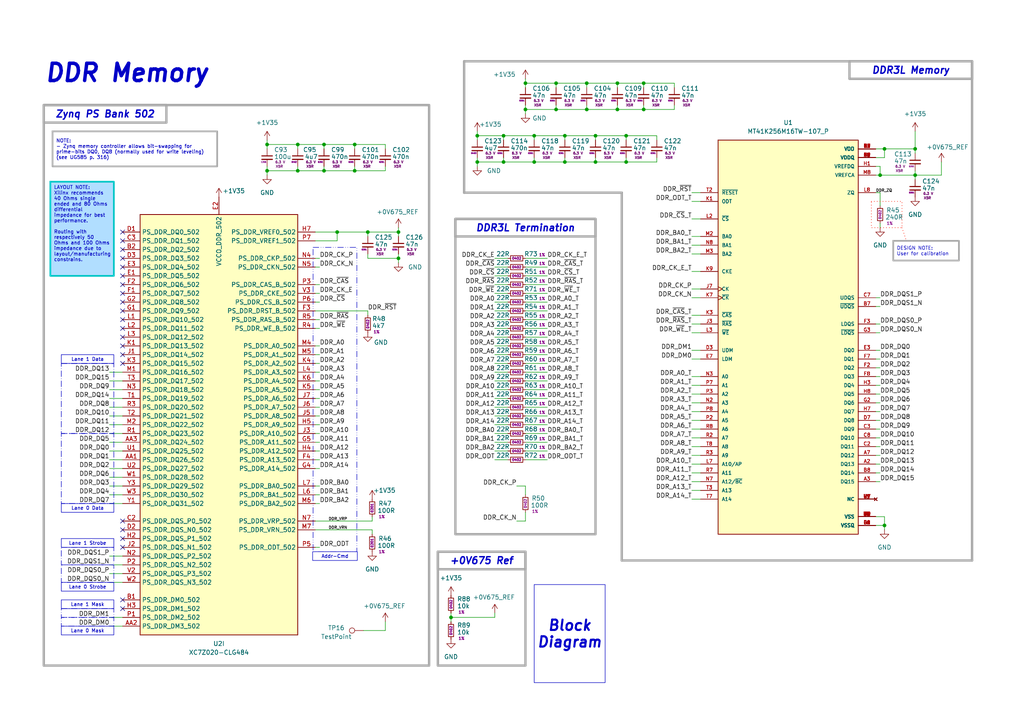
<source format=kicad_sch>
(kicad_sch (version 20231120) (generator "eeschema") (generator_version "8.0")
  (paper "A4")
  (title_block (title "Zynq B502 & DDR3L") (date "2024-09-22") (rev "1.0"))
  (junction (at 163.83 46.99))
  (junction (at 86.36 41.91))
  (junction (at 186.69 31.75))
  (junction (at 163.83 39.37))
  (junction (at 115.57 74.93))
  (junction (at 179.07 31.75))
  (junction (at 154.94 46.99))
  (junction (at 154.94 39.37))
  (junction (at 161.29 24.13))
  (junction (at 265.43 50.8))
  (junction (at 77.47 41.91))
  (junction (at 170.18 24.13))
  (junction (at 102.87 41.91))
  (junction (at 93.98 41.91))
  (junction (at 102.87 49.53))
  (junction (at 170.18 31.75))
  (junction (at 97.79 67.31))
  (junction (at 77.47 49.53))
  (junction (at 138.43 39.37))
  (junction (at 179.07 24.13))
  (junction (at 161.29 31.75))
  (junction (at 146.05 39.37))
  (junction (at 115.57 67.31))
  (junction (at 138.43 46.99))
  (junction (at 255.27 50.8))
  (junction (at 130.81 179.07))
  (junction (at 256.54 152.4))
  (junction (at 181.61 46.99))
  (junction (at 265.43 43.18))
  (junction (at 256.54 43.18))
  (junction (at 93.98 49.53))
  (junction (at 172.72 46.99))
  (junction (at 152.4 24.13))
  (junction (at 86.36 49.53))
  (junction (at 152.4 31.75))
  (junction (at 172.72 39.37))
  (junction (at 181.61 39.37))
  (junction (at 186.69 24.13))
  (junction (at 146.05 46.99))
  (junction (at 106.68 67.31))
  (no_connect (at 35.56 97.79))
  (no_connect (at 35.56 69.85))
  (no_connect (at 35.56 87.63))
  (no_connect (at 35.56 77.47))
  (no_connect (at 35.56 158.75))
  (no_connect (at 35.56 80.01))
  (no_connect (at 35.56 105.41))
  (no_connect (at 35.56 95.25))
  (no_connect (at 35.56 156.21))
  (no_connect (at 35.56 85.09))
  (no_connect (at 35.56 100.33))
  (no_connect (at 35.56 176.53))
  (no_connect (at 35.56 74.93))
  (no_connect (at 35.56 173.99))
  (no_connect (at 35.56 92.71))
  (no_connect (at 35.56 153.67))
  (no_connect (at 35.56 82.55))
  (no_connect (at 35.56 151.13))
  (no_connect (at 35.56 67.31))
  (no_connect (at 35.56 90.17))
  (no_connect (at 35.56 72.39))
  (no_connect (at 35.56 102.87))
  (wire (pts (xy 203.2 116.84) (xy 200.66 116.84)))
  (wire (pts (xy 200.66 78.74) (xy 203.2 78.74)))
  (wire (pts (xy 152.4 105.41) (xy 158.75 105.41)))
  (wire (pts (xy 181.61 39.37) (xy 181.61 40.64)))
  (wire (pts (xy 91.44 120.65) (xy 92.71 120.65)))
  (wire (pts (xy 143.51 120.65) (xy 147.32 120.65)))
  (wire (pts (xy 91.44 140.97) (xy 92.71 140.97)))
  (wire (pts (xy 152.4 97.79) (xy 158.75 97.79)))
  (wire (pts (xy 97.79 69.85) (xy 91.44 69.85)))
  (wire (pts (xy 190.5 45.72) (xy 190.5 46.99)))
  (wire (pts (xy 181.61 45.72) (xy 181.61 46.99)))
  (wire (pts (xy 152.4 128.27) (xy 158.75 128.27)))
  (wire (pts (xy 86.36 41.91) (xy 86.36 43.18)))
  (wire (pts (xy 77.47 41.91) (xy 86.36 41.91)))
  (wire (pts (xy 143.51 85.09) (xy 147.32 85.09)))
  (wire (pts (xy 86.36 41.91) (xy 93.98 41.91)))
  (wire (pts (xy 97.79 67.31) (xy 97.79 69.85)))
  (wire (pts (xy 152.4 24.13) (xy 152.4 25.4)))
  (wire (pts (xy 91.44 102.87) (xy 92.71 102.87)))
  (wire (pts (xy 255.27 55.88) (xy 254 55.88)))
  (wire (pts (xy 152.4 30.48) (xy 152.4 31.75)))
  (wire (pts (xy 31.75 140.97) (xy 35.56 140.97)))
  (wire (pts (xy 91.44 143.51) (xy 92.71 143.51)))
  (wire (pts (xy 138.43 39.37) (xy 146.05 39.37)))
  (polyline (pts (xy 180.34 55.88) (xy 180.34 162.56)) (stroke (width 0.7) (type solid) (color 168 168 168 1)))
  (wire (pts (xy 91.44 85.09) (xy 92.71 85.09)))
  (wire (pts (xy 143.51 90.17) (xy 147.32 90.17)))
  (wire (pts (xy 190.5 46.99) (xy 181.61 46.99)))
  (wire (pts (xy 200.66 86.36) (xy 203.2 86.36)))
  (wire (pts (xy 179.07 30.48) (xy 179.07 31.75)))
  (wire (pts (xy 254 50.8) (xy 255.27 50.8)))
  (wire (pts (xy 143.51 177.8) (xy 143.51 179.07)))
  (wire (pts (xy 152.4 85.09) (xy 158.75 85.09)))
  (wire (pts (xy 143.51 125.73) (xy 147.32 125.73)))
  (wire (pts (xy 107.95 154.94) (xy 107.95 153.67)))
  (wire (pts (xy 91.44 82.55) (xy 92.71 82.55)))
  (wire (pts (xy 143.51 92.71) (xy 147.32 92.71)))
  (wire (pts (xy 152.4 133.35) (xy 158.75 133.35)))
  (wire (pts (xy 255.27 134.62) (xy 254 134.62)))
  (wire (pts (xy 146.05 46.99) (xy 138.43 46.99)))
  (wire (pts (xy 91.44 118.11) (xy 92.71 118.11)))
  (wire (pts (xy 172.72 46.99) (xy 163.83 46.99)))
  (wire (pts (xy 200.66 83.82) (xy 203.2 83.82)))
  (wire (pts (xy 91.44 123.19) (xy 92.71 123.19)))
  (wire (pts (xy 256.54 153.67) (xy 256.54 152.4)))
  (wire (pts (xy 163.83 39.37) (xy 163.83 40.64)))
  (wire (pts (xy 200.66 142.24) (xy 203.2 142.24)))
  (wire (pts (xy 31.75 110.49) (xy 35.56 110.49)))
  (wire (pts (xy 255.27 116.84) (xy 254 116.84)))
  (wire (pts (xy 200.66 129.54) (xy 203.2 129.54)))
  (wire (pts (xy 138.43 46.99) (xy 138.43 45.72)))
  (wire (pts (xy 91.44 133.35) (xy 92.71 133.35)))
  (wire (pts (xy 106.68 67.31) (xy 106.68 68.58)))
  (wire (pts (xy 111.76 41.91) (xy 111.76 43.18)))
  (wire (pts (xy 97.79 67.31) (xy 106.68 67.31)))
  (wire (pts (xy 31.75 113.03) (xy 35.56 113.03)))
  (wire (pts (xy 255.27 106.68) (xy 254 106.68)))
  (wire (pts (xy 143.51 110.49) (xy 147.32 110.49)))
  (wire (pts (xy 255.27 139.7) (xy 254 139.7)))
  (wire (pts (xy 172.72 39.37) (xy 172.72 40.64)))
  (wire (pts (xy 152.4 107.95) (xy 158.75 107.95)))
  (wire (pts (xy 31.75 130.81) (xy 35.56 130.81)))
  (wire (pts (xy 152.4 92.71) (xy 158.75 92.71)))
  (wire (pts (xy 152.4 24.13) (xy 161.29 24.13)))
  (wire (pts (xy 255.27 88.9) (xy 254 88.9)))
  (wire (pts (xy 255.27 129.54) (xy 254 129.54)))
  (wire (pts (xy 200.66 101.6) (xy 203.2 101.6)))
  (wire (pts (xy 115.57 67.31) (xy 115.57 68.58)))
  (wire (pts (xy 255.27 109.22) (xy 254 109.22)))
  (wire (pts (xy 255.27 66.04) (xy 255.27 64.77)))
  (wire (pts (xy 143.51 113.03) (xy 147.32 113.03)))
  (wire (pts (xy 152.4 74.93) (xy 158.75 74.93)))
  (wire (pts (xy 254 45.72) (xy 256.54 45.72)))
  (wire (pts (xy 91.44 128.27) (xy 92.71 128.27)))
  (wire (pts (xy 31.75 135.89) (xy 35.56 135.89)))
  (wire (pts (xy 152.4 77.47) (xy 158.75 77.47)))
  (wire (pts (xy 186.69 24.13) (xy 195.58 24.13)))
  (wire (pts (xy 31.75 120.65) (xy 35.56 120.65)))
  (wire (pts (xy 172.72 39.37) (xy 181.61 39.37)))
  (wire (pts (xy 93.98 41.91) (xy 93.98 43.18)))
  (wire (pts (xy 106.68 73.66) (xy 106.68 74.93)))
  (wire (pts (xy 179.07 24.13) (xy 186.69 24.13)))
  (wire (pts (xy 93.98 48.26) (xy 93.98 49.53)))
  (wire (pts (xy 255.27 132.08) (xy 254 132.08)))
  (wire (pts (xy 200.66 137.16) (xy 203.2 137.16)))
  (wire (pts (xy 111.76 182.88) (xy 111.76 180.34)))
  (wire (pts (xy 179.07 31.75) (xy 170.18 31.75)))
  (wire (pts (xy 161.29 31.75) (xy 152.4 31.75)))
  (wire (pts (xy 91.44 87.63) (xy 92.71 87.63)))
  (wire (pts (xy 115.57 67.31) (xy 106.68 67.31)))
  (wire (pts (xy 152.4 80.01) (xy 158.75 80.01)))
  (wire (pts (xy 161.29 24.13) (xy 161.29 25.4)))
  (wire (pts (xy 143.51 100.33) (xy 147.32 100.33)))
  (wire (pts (xy 152.4 130.81) (xy 158.75 130.81)))
  (wire (pts (xy 91.44 115.57) (xy 92.71 115.57)))
  (wire (pts (xy 179.07 31.75) (xy 186.69 31.75)))
  (wire (pts (xy 149.86 151.13) (xy 152.4 151.13)))
  (wire (pts (xy 143.51 74.93) (xy 147.32 74.93)))
  (wire (pts (xy 190.5 39.37) (xy 190.5 40.64)))
  (wire (pts (xy 179.07 24.13) (xy 179.07 25.4)))
  (wire (pts (xy 91.44 74.93) (xy 92.71 74.93)))
  (wire (pts (xy 265.43 43.18) (xy 256.54 43.18)))
  (wire (pts (xy 255.27 48.26) (xy 254 48.26)))
  (wire (pts (xy 77.47 40.64) (xy 77.47 41.91)))
  (wire (pts (xy 31.75 163.83) (xy 35.56 163.83)))
  (wire (pts (xy 200.66 132.08) (xy 203.2 132.08)))
  (wire (pts (xy 91.44 130.81) (xy 92.71 130.81)))
  (wire (pts (xy 152.4 151.13) (xy 152.4 148.59)))
  (wire (pts (xy 200.66 58.42) (xy 203.2 58.42)))
  (wire (pts (xy 143.51 77.47) (xy 147.32 77.47)))
  (wire (pts (xy 154.94 39.37) (xy 154.94 40.64)))
  (wire (pts (xy 91.44 110.49) (xy 92.71 110.49)))
  (wire (pts (xy 143.51 128.27) (xy 147.32 128.27)))
  (wire (pts (xy 200.66 71.12) (xy 203.2 71.12)))
  (wire (pts (xy 31.75 133.35) (xy 35.56 133.35)))
  (wire (pts (xy 170.18 31.75) (xy 161.29 31.75)))
  (wire (pts (xy 152.4 90.17) (xy 158.75 90.17)))
  (wire (pts (xy 163.83 39.37) (xy 172.72 39.37)))
  (wire (pts (xy 143.51 102.87) (xy 147.32 102.87)))
  (wire (pts (xy 130.81 177.8) (xy 130.81 179.07)))
  (wire (pts (xy 152.4 115.57) (xy 158.75 115.57)))
  (wire (pts (xy 86.36 48.26) (xy 86.36 49.53)))
  (wire (pts (xy 255.27 111.76) (xy 254 111.76)))
  (wire (pts (xy 91.44 135.89) (xy 92.71 135.89)))
  (wire (pts (xy 92.71 158.75) (xy 91.44 158.75)))
  (wire (pts (xy 200.66 134.62) (xy 203.2 134.62)))
  (wire (pts (xy 255.27 119.38) (xy 254 119.38)))
  (wire (pts (xy 172.72 45.72) (xy 172.72 46.99)))
  (wire (pts (xy 265.43 50.8) (xy 265.43 52.07)))
  (wire (pts (xy 143.51 82.55) (xy 147.32 82.55)))
  (wire (pts (xy 91.44 146.05) (xy 92.71 146.05)))
  (wire (pts (xy 91.44 77.47) (xy 92.71 77.47)))
  (wire (pts (xy 255.27 104.14) (xy 254 104.14)))
  (wire (pts (xy 31.75 115.57) (xy 35.56 115.57)))
  (wire (pts (xy 200.66 73.66) (xy 203.2 73.66)))
  (wire (pts (xy 154.94 39.37) (xy 163.83 39.37)))
  (wire (pts (xy 255.27 96.52) (xy 254 96.52)))
  (wire (pts (xy 146.05 39.37) (xy 146.05 40.64)))
  (wire (pts (xy 77.47 41.91) (xy 77.47 43.18)))
  (wire (pts (xy 152.4 87.63) (xy 158.75 87.63)))
  (wire (pts (xy 254 152.4) (xy 256.54 152.4)))
  (wire (pts (xy 91.44 105.41) (xy 92.71 105.41)))
  (wire (pts (xy 152.4 22.86) (xy 152.4 24.13)))
  (wire (pts (xy 195.58 24.13) (xy 195.58 25.4)))
  (wire (pts (xy 203.2 119.38) (xy 200.66 119.38)))
  (wire (pts (xy 91.44 113.03) (xy 92.71 113.03)))
  (wire (pts (xy 93.98 41.91) (xy 102.87 41.91)))
  (wire (pts (xy 102.87 41.91) (xy 111.76 41.91)))
  (wire (pts (xy 31.75 161.29) (xy 35.56 161.29)))
  (wire (pts (xy 154.94 45.72) (xy 154.94 46.99)))
  (wire (pts (xy 152.4 95.25) (xy 158.75 95.25)))
  (polyline (pts (xy 180.34 162.56) (xy 281.94 162.56)) (stroke (width 0.7) (type solid) (color 168 168 168 1)))
  (wire (pts (xy 170.18 24.13) (xy 170.18 25.4)))
  (wire (pts (xy 163.83 46.99) (xy 154.94 46.99)))
  (wire (pts (xy 195.58 31.75) (xy 186.69 31.75)))
  (wire (pts (xy 203.2 121.92) (xy 200.66 121.92)))
  (wire (pts (xy 152.4 143.51) (xy 152.4 140.97)))
  (wire (pts (xy 31.75 168.91) (xy 35.56 168.91)))
  (wire (pts (xy 200.66 144.78) (xy 203.2 144.78)))
  (wire (pts (xy 143.51 130.81) (xy 147.32 130.81)))
  (wire (pts (xy 203.2 114.3) (xy 200.66 114.3)))
  (wire (pts (xy 130.81 179.07) (xy 130.81 180.34)))
  (wire (pts (xy 265.43 43.18) (xy 265.43 44.45)))
  (wire (pts (xy 138.43 46.99) (xy 138.43 48.26)))
  (wire (pts (xy 203.2 124.46) (xy 200.66 124.46)))
  (wire (pts (xy 255.27 86.36) (xy 254 86.36)))
  (wire (pts (xy 77.47 49.53) (xy 77.47 50.8)))
  (wire (pts (xy 143.51 87.63) (xy 147.32 87.63)))
  (wire (pts (xy 91.44 67.31) (xy 97.79 67.31)))
  (wire (pts (xy 91.44 125.73) (xy 92.71 125.73)))
  (wire (pts (xy 143.51 80.01) (xy 147.32 80.01)))
  (wire (pts (xy 200.66 91.44) (xy 203.2 91.44)))
  (wire (pts (xy 152.4 120.65) (xy 158.75 120.65)))
  (wire (pts (xy 255.27 137.16) (xy 254 137.16)))
  (wire (pts (xy 31.75 118.11) (xy 35.56 118.11)))
  (wire (pts (xy 107.95 149.86) (xy 107.95 151.13)))
  (wire (pts (xy 152.4 110.49) (xy 158.75 110.49)))
  (wire (pts (xy 255.27 50.8) (xy 255.27 48.26)))
  (wire (pts (xy 154.94 46.99) (xy 146.05 46.99)))
  (wire (pts (xy 143.51 123.19) (xy 147.32 123.19)))
  (wire (pts (xy 115.57 76.2) (xy 115.57 74.93)))
  (wire (pts (xy 143.51 95.25) (xy 147.32 95.25)))
  (wire (pts (xy 111.76 48.26) (xy 111.76 49.53)))
  (wire (pts (xy 273.05 50.8) (xy 265.43 50.8)))
  (wire (pts (xy 111.76 49.53) (xy 102.87 49.53)))
  (wire (pts (xy 152.4 100.33) (xy 158.75 100.33)))
  (wire (pts (xy 143.51 105.41) (xy 147.32 105.41)))
  (wire (pts (xy 143.51 107.95) (xy 147.32 107.95)))
  (polyline (pts (xy 134.62 55.88) (xy 180.34 55.88)) (stroke (width 0.7) (type solid) (color 168 168 168 1)))
  (wire (pts (xy 31.75 125.73) (xy 35.56 125.73)))
  (wire (pts (xy 31.75 181.61) (xy 35.56 181.61)))
  (wire (pts (xy 255.27 93.98) (xy 254 93.98)))
  (wire (pts (xy 265.43 50.8) (xy 255.27 50.8)))
  (wire (pts (xy 93.98 49.53) (xy 102.87 49.53)))
  (wire (pts (xy 152.4 102.87) (xy 158.75 102.87)))
  (wire (pts (xy 186.69 24.13) (xy 186.69 25.4)))
  (wire (pts (xy 102.87 48.26) (xy 102.87 49.53)))
  (wire (pts (xy 105.41 182.88) (xy 111.76 182.88)))
  (wire (pts (xy 115.57 74.93) (xy 115.57 73.66)))
  (wire (pts (xy 170.18 24.13) (xy 179.07 24.13)))
  (wire (pts (xy 170.18 30.48) (xy 170.18 31.75)))
  (wire (pts (xy 31.75 128.27) (xy 35.56 128.27)))
  (polyline (pts (xy 281.94 17.78) (xy 134.62 17.78)) (stroke (width 0.7) (type solid) (color 168 168 168 1)))
  (wire (pts (xy 77.47 49.53) (xy 77.47 48.26)))
  (wire (pts (xy 31.75 166.37) (xy 35.56 166.37)))
  (wire (pts (xy 143.51 97.79) (xy 147.32 97.79)))
  (wire (pts (xy 115.57 66.04) (xy 115.57 67.31)))
  (wire (pts (xy 256.54 149.86) (xy 254 149.86)))
  (wire (pts (xy 102.87 41.91) (xy 102.87 43.18)))
  (wire (pts (xy 200.66 96.52) (xy 203.2 96.52)))
  (wire (pts (xy 152.4 118.11) (xy 158.75 118.11)))
  (wire (pts (xy 138.43 39.37) (xy 138.43 40.64)))
  (wire (pts (xy 146.05 39.37) (xy 154.94 39.37)))
  (wire (pts (xy 31.75 123.19) (xy 35.56 123.19)))
  (wire (pts (xy 152.4 140.97) (xy 149.86 140.97)))
  (wire (pts (xy 91.44 100.33) (xy 92.71 100.33)))
  (wire (pts (xy 203.2 109.22) (xy 200.66 109.22)))
  (wire (pts (xy 31.75 138.43) (xy 35.56 138.43)))
  (wire (pts (xy 91.44 107.95) (xy 92.71 107.95)))
  (wire (pts (xy 91.44 95.25) (xy 92.71 95.25)))
  (wire (pts (xy 31.75 146.05) (xy 35.56 146.05)))
  (wire (pts (xy 256.54 43.18) (xy 256.54 45.72)))
  (wire (pts (xy 31.75 107.95) (xy 35.56 107.95)))
  (wire (pts (xy 265.43 49.53) (xy 265.43 50.8)))
  (wire (pts (xy 106.68 74.93) (xy 115.57 74.93)))
  (wire (pts (xy 143.51 179.07) (xy 130.81 179.07)))
  (wire (pts (xy 203.2 127) (xy 200.66 127)))
  (wire (pts (xy 93.98 49.53) (xy 86.36 49.53)))
  (wire (pts (xy 186.69 30.48) (xy 186.69 31.75)))
  (polyline (pts (xy 281.94 162.56) (xy 281.94 17.78)) (stroke (width 0.7) (type solid) (color 168 168 168 1)))
  (wire (pts (xy 200.66 93.98) (xy 203.2 93.98)))
  (polyline (pts (xy 134.62 17.78) (xy 134.62 55.88)) (stroke (width 0.7) (type solid) (color 168 168 168 1)))
  (polyline (pts (xy 261.62 66.04) (xy 262.89 69.85)) (stroke (width 0.2) (type dot) (color 255 28 5 1)))
  (wire (pts (xy 200.66 55.88) (xy 203.2 55.88)))
  (wire (pts (xy 195.58 30.48) (xy 195.58 31.75)))
  (wire (pts (xy 152.4 82.55) (xy 158.75 82.55)))
  (wire (pts (xy 255.27 55.88) (xy 255.27 59.69)))
  (wire (pts (xy 255.27 127) (xy 254 127)))
  (wire (pts (xy 31.75 179.07) (xy 35.56 179.07)))
  (wire (pts (xy 152.4 31.75) (xy 152.4 33.02)))
  (wire (pts (xy 143.51 118.11) (xy 147.32 118.11)))
  (wire (pts (xy 152.4 123.19) (xy 158.75 123.19)))
  (wire (pts (xy 181.61 46.99) (xy 172.72 46.99)))
  (wire (pts (xy 161.29 30.48) (xy 161.29 31.75)))
  (wire (pts (xy 200.66 139.7) (xy 203.2 139.7)))
  (wire (pts (xy 91.44 151.13) (xy 107.95 151.13)))
  (wire (pts (xy 181.61 39.37) (xy 190.5 39.37)))
  (wire (pts (xy 255.27 101.6) (xy 254 101.6)))
  (wire (pts (xy 256.54 152.4) (xy 256.54 149.86)))
  (wire (pts (xy 146.05 45.72) (xy 146.05 46.99)))
  (wire (pts (xy 255.27 121.92) (xy 254 121.92)))
  (wire (pts (xy 31.75 143.51) (xy 35.56 143.51)))
  (wire (pts (xy 143.51 115.57) (xy 147.32 115.57)))
  (wire (pts (xy 138.43 38.1) (xy 138.43 39.37)))
  (wire (pts (xy 152.4 113.03) (xy 158.75 113.03)))
  (wire (pts (xy 143.51 133.35) (xy 147.32 133.35)))
  (wire (pts (xy 163.83 45.72) (xy 163.83 46.99)))
  (wire (pts (xy 255.27 114.3) (xy 254 114.3)))
  (wire (pts (xy 265.43 38.1) (xy 265.43 43.18)))
  (wire (pts (xy 152.4 125.73) (xy 158.75 125.73)))
  (wire (pts (xy 273.05 46.99) (xy 273.05 50.8)))
  (wire (pts (xy 91.44 153.67) (xy 107.95 153.67)))
  (wire (pts (xy 200.66 63.5) (xy 203.2 63.5)))
  (wire (pts (xy 91.44 92.71) (xy 92.71 92.71)))
  (wire (pts (xy 203.2 111.76) (xy 200.66 111.76)))
  (wire (pts (xy 91.44 90.17) (xy 106.68 90.17)))
  (wire (pts (xy 200.66 104.14) (xy 203.2 104.14)))
  (wire (pts (xy 254 43.18) (xy 256.54 43.18)))
  (wire (pts (xy 200.66 68.58) (xy 203.2 68.58)))
  (wire (pts (xy 255.27 124.46) (xy 254 124.46)))
  (wire (pts (xy 106.68 90.17) (xy 106.68 91.44)))
  (wire (pts (xy 161.29 24.13) (xy 170.18 24.13)))
  (wire (pts (xy 77.47 49.53) (xy 86.36 49.53)))
  (rectangle (start 90.805 71.755) (end 103.505 160.02) (stroke (width 0) (type dash_dot_dot)))
  (rectangle (start 252.73 58.42) (end 261.62 66.04) (stroke (width 0.2) (type dot) (color 255 28 5 1)))
  (rectangle (start 17.78 163.83) (end 33.02 168.91) (stroke (width 0) (type dash_dot)))
  (rectangle (start 127 160.02) (end 152.4 193.04) (stroke (width 0.7) (color 168 168 168 1)))
  (rectangle (start 17.78 176.53) (end 33.02 179.07) (stroke (width 0) (type dash_dot)))
  (rectangle (start 17.78 105.41) (end 33.02 125.73) (stroke (width 0) (type dash_dot)))
  (rectangle (start 17.78 125.73) (end 33.02 146.05) (stroke (width 0) (type dash_dot)))
  (rectangle (start 132.08 63.5) (end 172.72 154.94) (stroke (width 0.7) (color 168 168 168 1)))
  (rectangle (start 17.78 158.75) (end 33.02 163.83) (stroke (width 0) (type dash_dot)))
  (rectangle (start 12.7 30.48) (end 124.46 193.04) (stroke (width 0.7) (color 168 168 168 1)))
  (rectangle (start 17.78 179.07) (end 33.02 181.61) (stroke (width 0) (type dash_dot)))
  (text_box "Zynq PS Bank 502" (at 12.7 30.48 0) (size 35.56 5.08) (stroke (width 0.7) (color 168 168 168 1)) (effects (font (size 2 2) (bold yes) (italic yes))))
  (text_box "Lane 1 Strobe" (at 17.78 156.21 0) (size 15.24 2.54) (effects (font (size 1 1) (thickness 0.1588))))
  (text_box "Lane 1 Data" (at 17.78 102.87 0) (size 15.24 2.54) (effects (font (size 1 1) (thickness 0.1588))))
  (text_box "Lane 0 Mask" (at 17.78 181.61 0) (size 15.24 2.54) (effects (font (size 1 1) (thickness 0.1588))))
  (text_box "DESIGN NOTE:\nUser for calibration" (at 259.08 69.85 0) (size 19.05 5.715) (stroke (width 0.5) (color 168 168 168 1)) (effects (font (size 1 1) (thickness 0.125)) (justify left)))
  (text_box "Addr-Cmd" (at 90.678 160.02 0) (size 12.954 2.54) (effects (font (size 1 1) (thickness 0.1588))))
  (text_box "NOTE:\n- Zynq memory controller allows bit-swapping for prime-bits DQ0, DQ8 (normally used for write leveling)\n(see UG585 p. 316)" (at 15.24 38.1 0) (size 47.752 10.16) (stroke (width 0.5) (color 168 168 168 1)) (effects (font (size 1 1) (thickness 0.1588)) (justify left)))
  (text_box "Block\nDiagram" (at 154.94 169.545 0) (size 20.574 28.448) (effects (font (size 3 3) (thickness 0.6) (bold yes) (italic yes))))
  (text_box "Lane 0 Data" (at 17.78 146.05 0) (size 15.24 2.54) (effects (font (size 1 1) (thickness 0.1588))))
  (text_box "LAYOUT NOTE:\nXilinx recommends 40 Ohms single ended and 80 Ohms differential impedance for best performance.\n\nRouting with respectively 50 Ohms and 100 Ohms impedance due to layout/manufacturing constrains.\n" (at 14.605 52.705 0) (size 18.415 27.305) (stroke (width 0.5) (color 0 194 194 1)) (fill (type color) (color 61 172 255 0.4)) (effects (font (size 1 1)) (justify left top)))
  (text_box "+0V675 Ref" (at 127 160.02 0) (size 25.4 5.08) (stroke (width 0.7) (color 168 168 168 1)) (effects (font (size 2 2) (bold yes) (italic yes))))
  (text_box "DDR3L Memory" (at 246.38 17.78 0) (size 35.56 5.08) (stroke (width 0.7) (color 168 168 168 1)) (effects (font (size 2 2) (bold yes) (italic yes))))
  (text_box "Lane 1 Mask" (at 17.78 173.99 0) (size 15.24 2.54) (effects (font (size 1 1) (thickness 0.1588))))
  (text_box "Lane 0 Strobe" (at 17.78 168.91 0) (size 15.24 2.54) (effects (font (size 1 1) (thickness 0.1588))))
  (text_box "DDR3L Termination" (at 132.08 63.5 0) (size 40.64 5.08) (stroke (width 0.7) (color 168 168 168 1)) (effects (font (size 2 2) (bold yes) (italic yes))))
  (text "DDR Memory" (at 36.83 21.336 0) (effects (font (size 5 5) (thickness 1) (bold yes) (italic yes))))
  (label "DDR_A14_T" (at 158.75 123.19 0))
  (label "DDR_CK_E_T" (at 200.66 78.74 180))
  (label "DDR_A5" (at 92.71 113.03 0))
  (label "DDR_A4" (at 143.51 97.79 180))
  (label "DDR_~{CS}_T" (at 158.75 80.01 0))
  (label "DDR_DQS0_P" (at 255.27 93.98 0))
  (label "DDR_DQ7" (at 31.75 146.05 180))
  (label "DDR_BA1_T" (at 158.75 128.27 0))
  (label "DDR_BA1_T" (at 200.66 71.12 180))
  (label "DDR_DQS0_N" (at 31.75 168.91 180))
  (label "DDR_A7_T" (at 200.66 127 180))
  (label "DDR_DQ4" (at 31.75 143.51 180))
  (label "DDR_A14_T" (at 200.66 144.78 180))
  (label "DDR_CK_E_T" (at 158.75 74.93 0))
  (label "DDR_BA1" (at 92.71 143.51 0))
  (label "DDR_~{RAS}" (at 143.51 82.55 180))
  (label "DDR_DQ9" (at 255.27 124.46 0))
  (label "DDR_A5_T" (at 158.75 100.33 0))
  (label "DDR_A12" (at 143.51 118.11 180))
  (label "DDR_A2" (at 143.51 92.71 180))
  (label "DDR_BA2_T" (at 158.75 130.81 0))
  (label "DDR_~{RAS}_T" (at 200.66 93.98 180))
  (label "DDR_DQ14" (at 31.75 115.57 180))
  (label "DDR_ODT_T" (at 158.75 133.35 0))
  (label "DDR_A3" (at 143.51 95.25 180))
  (label "DDR_DQ15" (at 31.75 110.49 180))
  (label "DDR_BA2" (at 92.71 146.05 0))
  (label "DDR_CK_N" (at 149.86 151.13 180))
  (label "DDR_A9" (at 92.71 123.19 0))
  (label "DDR_A12_T" (at 200.66 139.7 180))
  (label "DDR_A7" (at 92.71 118.11 0))
  (label "DDR_DQ0" (at 31.75 130.81 180))
  (label "DDR_DQS1_N" (at 255.27 88.9 0))
  (label "DDR_CK_P" (at 200.66 83.82 180))
  (label "DDR_A8_T" (at 200.66 129.54 180))
  (label "DDR_~{WE}" (at 92.71 95.25 0))
  (label "DDR_CK_P" (at 149.86 140.97 180))
  (label "DDR_DQ4" (at 255.27 111.76 0))
  (label "DDR_A14" (at 92.71 135.89 0))
  (label "DDR_DQS1_P" (at 31.75 161.29 180))
  (label "DDR_A4" (at 92.71 110.49 0))
  (label "DDR_A0_T" (at 200.66 109.22 180))
  (label "DDR_A4_T" (at 158.75 97.79 0))
  (label "DDR_~{CAS}" (at 143.51 77.47 180))
  (label "DDR_DM1" (at 200.66 101.6 180))
  (label "DDR_A1" (at 143.51 90.17 180))
  (label "DDR_A10_T" (at 200.66 134.62 180))
  (label "DDR_DQ8" (at 31.75 118.11 180))
  (label "DDR_A11_T" (at 158.75 115.57 0))
  (label "DDR_DQS1_P" (at 255.27 86.36 0))
  (label "DDR_DM0" (at 31.75 181.61 180))
  (label "DDR_BA2" (at 143.51 130.81 180))
  (label "DDR_DQ11" (at 255.27 129.54 0))
  (label "DDR_DQ3" (at 31.75 140.97 180))
  (label "DDR_A9_T" (at 158.75 110.49 0))
  (label "DDR_A14" (at 143.51 123.19 180))
  (label "DDR_A9" (at 143.51 110.49 180))
  (label "DDR_DQ1" (at 255.27 104.14 0))
  (label "DDR_~{WE}" (at 143.51 85.09 180))
  (label "DDR_DQ3" (at 255.27 109.22 0))
  (label "DDR_A13_T" (at 158.75 120.65 0))
  (label "DDR_ODT_T" (at 200.66 58.42 180))
  (label "DDR_A13" (at 92.71 133.35 0))
  (label "DDR_DQ0" (at 255.27 101.6 0))
  (label "DDR_A8" (at 92.71 120.65 0))
  (label "DDR_A3_T" (at 158.75 95.25 0))
  (label "DDR_A2" (at 92.71 105.41 0))
  (label "DDR_A5_T" (at 200.66 121.92 180))
  (label "DDR_DQ8" (at 255.27 121.92 0))
  (label "DDR_CK_E" (at 92.71 85.09 0))
  (label "DDR_DQ5" (at 31.75 128.27 180))
  (label "DDR_DQ2" (at 31.75 135.89 180))
  (label "DDR_CK_E" (at 143.51 74.93 180))
  (label "DDR_DQ11" (at 31.75 123.19 180))
  (label "DDR_ZQ" (at 254 55.88 0) (effects (font (size 0.8 0.8))))
  (label "DDR_DQ10" (at 31.75 120.65 180))
  (label "DDR_DQ13" (at 31.75 107.95 180))
  (label "DDR_A7_T" (at 158.75 105.41 0))
  (label "DDR_~{CS}_T" (at 200.66 63.5 180))
  (label "DDR_BA0" (at 143.51 125.73 180))
  (label "DDR_~{WE}_T" (at 158.75 85.09 0))
  (label "DDR_BA0_T" (at 200.66 68.58 180))
  (label "DDR_BA1" (at 143.51 128.27 180))
  (label "DDR_~{CS}" (at 92.71 87.63 0))
  (label "DDR_A3_T" (at 200.66 116.84 180))
  (label "DDR_DQ9" (at 31.75 113.03 180))
  (label "DDR_CK_N" (at 200.66 86.36 180))
  (label "DDR_A11_T" (at 200.66 137.16 180))
  (label "DDR_~{CAS}_T" (at 158.75 77.47 0))
  (label "DDR_ODT" (at 143.51 133.35 180))
  (label "DDR_DQ13" (at 255.27 134.62 0))
  (label "DDR_A0" (at 92.71 100.33 0))
  (label "DDR_DQ15" (at 255.27 139.7 0))
  (label "DDR_CK_N" (at 92.71 77.47 0))
  (label "DDR_DM0" (at 200.66 104.14 180))
  (label "DDR_~{RAS}_T" (at 158.75 82.55 0))
  (label "DDR_A9_T" (at 200.66 132.08 180))
  (label "DDR_DQ12" (at 255.27 132.08 0))
  (label "DDR_DQS1_N" (at 31.75 163.83 180))
  (label "DDR_A6" (at 143.51 102.87 180))
  (label "DDR_BA0_T" (at 158.75 125.73 0))
  (label "DDR_ODT" (at 92.71 158.75 0))
  (label "DDR_DQ12" (at 31.75 125.73 180))
  (label "DDR_A10_T" (at 158.75 113.03 0))
  (label "DDR_A1_T" (at 200.66 111.76 180))
  (label "DDR_A11" (at 143.51 115.57 180))
  (label "DDR_A1_T" (at 158.75 90.17 0))
  (label "DDR_A6" (at 92.71 115.57 0))
  (label "DDR_A1" (at 92.71 102.87 0))
  (label "DDR_A12_T" (at 158.75 118.11 0))
  (label "DDR_A6_T" (at 200.66 124.46 180))
  (label "DDR_A10" (at 143.51 113.03 180))
  (label "DDR_~{RST}" (at 200.66 55.88 180))
  (label "DDR_A0" (at 143.51 87.63 180))
  (label "DDR_A13_T" (at 200.66 142.24 180))
  (label "DDR_~{CAS}_T" (at 200.66 91.44 180))
  (label "DDR_A8_T" (at 158.75 107.95 0))
  (label "DDR_~{RST}" (at 106.68 90.17 0))
  (label "DDR_DQ6" (at 31.75 138.43 180))
  (label "DDR_A2_T" (at 158.75 92.71 0))
  (label "DDR_~{RAS}" (at 92.71 92.71 0))
  (label "DDR_DQS0_N" (at 255.27 96.52 0))
  (label "DDR_DQ1" (at 31.75 133.35 180))
  (label "DDR_DQ14" (at 255.27 137.16 0))
  (label "DDR_DQ10" (at 255.27 127 0))
  (label "DDR_A7" (at 143.51 105.41 180))
  (label "DDR_BA0" (at 92.71 140.97 0))
  (label "DDR_A5" (at 143.51 100.33 180))
  (label "DDR_CK_P" (at 92.71 74.93 0))
  (label "DDR_VRN" (at 95.25 153.67 0) (effects (font (size 0.8 0.8))))
  (label "DDR_VRP" (at 95.25 151.13 0) (effects (font (size 0.8 0.8))))
  (label "DDR_A10" (at 92.71 125.73 0))
  (label "DDR_A6_T" (at 158.75 102.87 0))
  (label "DDR_DQ7" (at 255.27 119.38 0))
  (label "DDR_~{CAS}" (at 92.71 82.55 0))
  (label "DDR_~{CS}" (at 143.51 80.01 180))
  (label "DDR_DM1" (at 31.75 179.07 180))
  (label "DDR_A3" (at 92.71 107.95 0))
  (label "DDR_DQ2" (at 255.27 106.68 0))
  (label "DDR_DQ5" (at 255.27 114.3 0))
  (label "DDR_BA2_T" (at 200.66 73.66 180))
  (label "DDR_A13" (at 143.51 120.65 180))
  (label "DDR_A11" (at 92.71 128.27 0))
  (label "DDR_A8" (at 143.51 107.95 180))
  (label "DDR_A12" (at 92.71 130.81 0))
  (label "DDR_~{WE}_T" (at 200.66 96.52 180))
  (label "DDR_A2_T" (at 200.66 114.3 180))
  (label "DDR_DQS0_P" (at 31.75 166.37 180))
  (label "DDR_A0_T" (at 158.75 87.63 0))
  (label "DDR_DQ6" (at 255.27 116.84 0))
  (label "DDR_A4_T" (at 200.66 119.38 180))
  (symbol (lib_id "power:GND") (at 77.47 50.8 0) (unit 1)
    (property "Reference" "#PWR0120" (effects (hide yes)))
    (property "Value" "GND" (at 77.47 55.88 0))
    (property "Description" "Power symbol creates a global label with name \"GND\" , ground" (effects (hide yes)))
  )
  (symbol (lib_id "power:GND") (at 138.43 48.26 0) (unit 1)
    (property "Reference" "#PWR0124" (effects (hide yes)))
    (property "Value" "GND" (at 143.256 49.53 0))
    (property "Description" "Power symbol creates a global label with name \"GND\" , ground" (effects (hide yes)))
  )
  (symbol (lib_name "C_Small_1") (lib_id "Device:C_Small") (at 181.61 43.18 0) (unit 1)
    (property "Reference" "C121" (at 183.642 40.894 0) (effects (justify left)))
    (property "Value" "47n" (at 183.642 42.926 0) (effects (justify left)))
    (property "Footprint" "Capacitor_SMD:C_0201_0603Metric" (effects (hide yes)))
    (property "Description" "Unpolarized capacitor, small symbol" (effects (hide yes)))
    (property "Rating" "6.3 V" (at 185.42 44.45 0) (effects (font (size 0.7 0.7))))
    (property "Type" "X5R" (at 185.166 45.72 0) (effects (font (size 0.7 0.7))))
    (property "Package" "0201" (at 180.594 44.45 0) (effects (font (size 0.4 0.4))))
    (property "LCSC Part" "C85925" (effects (hide yes)))
  )
  (symbol (lib_id "MyLibrary:MT41K256M16TW-107_P") (at 228.6 96.52 0) (unit 1)
    (property "Reference" "U1" (at 228.6 35.56 0))
    (property "Value" "MT41K256M16TW-107_P" (at 228.6 38.1 0))
    (property "Footprint" "Mylibrary:BGA96C80P9X16_1400X800X120" (effects (hide yes)))
    (property "Description" "\nSDRAM - DDR3L Memory IC 4Gb (256M x 16) Parallel 933 MHz 20 ns 96-FBGA (8x14)\n" (effects (hide yes)))
    (property "MF" "Micron Technology" (effects (hide yes)))
    (property "MAXIMUM_PACKAGE_HEIGHT" "1.20mm" (effects (hide yes)))
    (property "Package" "FBGA-96 Micron" (effects (hide yes)))
    (property "Price" "None" (effects (hide yes)))
    (property "Check_prices" "https://www.snapeda.com/parts/MT41K256M16TW-107:P/Micron+Technology+Inc./view-part/?ref=eda" (effects (hide yes)))
    (property "STANDARD" "IPC-7351B" (effects (hide yes)))
    (property "PARTREV" "P" (effects (hide yes)))
    (property "SnapEDA_Link" "https://www.snapeda.com/parts/MT41K256M16TW-107:P/Micron+Technology+Inc./view-part/?ref=snap" (effects (hide yes)))
    (property "MP" "MT41K256M16TW-107:P" (effects (hide yes)))
    (property "Purchase-URL" "https://www.snapeda.com/api/url_track_click_mouser/?unipart_id=471174&manufacturer=Micron Technology&part_name=MT41K256M16TW-107:P&search_term=None" (effects (hide yes)))
    (property "Availability" "In Stock" (effects (hide yes)))
    (property "MANUFACTURER" "Micron" (effects (hide yes)))
    (property "LCSC Part" "gia" (effects (hide yes)))
  )
  (symbol (lib_id "Device:R_Small") (at 106.68 93.98 0) (unit 1)
    (property "Reference" "R48" (at 107.95 92.456 0) (effects (justify left)))
    (property "Value" "4k7" (at 107.95 94.488 0) (effects (justify left)))
    (property "Footprint" "Resistor_SMD:R_0402_1005Metric" (effects (hide yes)))
    (property "Description" "Resistor, small symbol" (effects (hide yes)))
    (property "Tolerance" "1%" (at 109.22 96.266 0) (effects (font (size 0.8 0.8))))
    (property "Package" "0402" (at 106.68 93.98 90) (effects (font (size 0.7 0.7))))
    (property "LCSC Part" "C25940" (effects (hide yes)))
  )
  (symbol (lib_name "C_Small_1") (lib_id "Device:C_Small") (at 154.94 43.18 0) (unit 1)
    (property "Reference" "C118" (at 156.972 40.894 0) (effects (justify left)))
    (property "Value" "47n" (at 156.972 42.926 0) (effects (justify left)))
    (property "Footprint" "Capacitor_SMD:C_0201_0603Metric" (effects (hide yes)))
    (property "Description" "Unpolarized capacitor, small symbol" (effects (hide yes)))
    (property "Rating" "6.3 V" (at 158.75 44.45 0) (effects (font (size 0.7 0.7))))
    (property "Type" "X5R" (at 158.496 45.72 0) (effects (font (size 0.7 0.7))))
    (property "Package" "0201" (at 153.924 44.45 0) (effects (font (size 0.4 0.4))))
    (property "LCSC Part" "C85925" (effects (hide yes)))
  )
  (symbol (lib_id "FPGA_Xilinx_Zynq7000:XC7Z020-CLG484") (at 63.5 123.19 0) (unit 9)
    (property "Reference" "U2" (at 63.5 186.69 0))
    (property "Value" "XC7Z020-CLG484" (at 63.5 189.23 0))
    (property "Footprint" "Mylibrary:CLG484_XIL-L_new" (effects (hide yes)))
    (property "Datasheet" "https://www.xilinx.com/support/documentation/data_sheets/ds190-Zynq-7000-Overview.pdf" (effects (hide yes)))
    (property "LCSC Part" "gia" (effects (hide yes)))
  )
  (symbol (lib_id "Device:R_Small") (at 149.86 77.47 90) (unit 1)
    (property "Reference" "R49" (at 155.956 76.2 90) (effects (justify left)))
    (property "Value" "22R" (at 147.828 76.2 90) (effects (justify left)))
    (property "Footprint" "Resistor_SMD:R_0402_1005Metric" (effects (hide yes)))
    (property "Description" "Resistor, small symbol" (effects (hide yes)))
    (property "Tolerance" "1%" (at 157.226 76.454 90) (effects (font (size 0.8 0.8))))
    (property "Package" "0402" (at 149.86 77.47 90) (effects (font (size 0.7 0.7))))
    (property "LCSC Part" "C114765/C25105" (effects (hide yes)))
  )
  (symbol (lib_id "power:+1V35") (at 77.47 40.64 0) (unit 1)
    (property "Reference" "#PWR0119" (effects (hide yes)))
    (property "Value" "+1V35" (at 77.47 35.56 0))
  )
  (symbol (lib_name "C_Small_1") (lib_id "Device:C_Small") (at 111.76 45.72 0) (unit 1)
    (property "Reference" "C102" (at 113.792 43.434 0) (effects (justify left)))
    (property "Value" "470n" (at 113.792 45.466 0) (effects (justify left)))
    (property "Footprint" "Capacitor_SMD:C_0201_0603Metric" (effects (hide yes)))
    (property "Description" "Unpolarized capacitor, small symbol" (effects (hide yes)))
    (property "Rating" "6.3 V" (at 115.57 46.99 0) (effects (font (size 0.7 0.7))))
    (property "Type" "X5R" (at 115.316 48.26 0) (effects (font (size 0.7 0.7))))
    (property "Package" "0201" (at 110.744 46.99 0) (effects (font (size 0.4 0.4))))
    (property "LCSC Part" "C85926" (effects (hide yes)))
  )
  (symbol (lib_id "power:+3V3") (at 115.57 66.04 0) (mirror y) (unit 1)
    (property "Reference" "#PWR0131" (effects (hide yes)))
    (property "Value" "+0V675_REF" (at 115.316 61.468 0))
    (property "Description" "Power symbol creates a global label with name \"+0V675_REF\"" (effects (hide yes)))
  )
  (symbol (lib_name "C_Small_1") (lib_id "Device:C_Small") (at 152.4 27.94 0) (unit 1)
    (property "Reference" "C106" (at 154.432 25.654 0) (effects (justify left)))
    (property "Value" "47n" (at 154.432 27.686 0) (effects (justify left)))
    (property "Footprint" "Capacitor_SMD:C_0201_0603Metric" (effects (hide yes)))
    (property "Description" "Unpolarized capacitor, small symbol" (effects (hide yes)))
    (property "Rating" "6.3 V" (at 156.21 29.21 0) (effects (font (size 0.7 0.7))))
    (property "Type" "X5R" (at 155.956 30.48 0) (effects (font (size 0.7 0.7))))
    (property "Package" "0201" (at 151.384 29.21 0) (effects (font (size 0.4 0.4))))
    (property "LCSC Part" "C85925" (effects (hide yes)))
  )
  (symbol (lib_id "Device:R_Small") (at 149.86 105.41 90) (unit 1)
    (property "Reference" "R60" (at 155.956 104.14 90) (effects (justify left)))
    (property "Value" "22R" (at 147.828 104.14 90) (effects (justify left)))
    (property "Footprint" "Resistor_SMD:R_0402_1005Metric" (effects (hide yes)))
    (property "Description" "Resistor, small symbol" (effects (hide yes)))
    (property "Tolerance" "1%" (at 157.226 104.394 90) (effects (font (size 0.8 0.8))))
    (property "Package" "0402" (at 149.86 105.41 90) (effects (font (size 0.7 0.7))))
    (property "LCSC Part" "C114765/C25105" (effects (hide yes)))
  )
  (symbol (lib_name "C_Small_1") (lib_id "Device:C_Small") (at 163.83 43.18 0) (unit 1)
    (property "Reference" "C119" (at 165.862 40.894 0) (effects (justify left)))
    (property "Value" "47n" (at 165.862 42.926 0) (effects (justify left)))
    (property "Footprint" "Capacitor_SMD:C_0201_0603Metric" (effects (hide yes)))
    (property "Description" "Unpolarized capacitor, small symbol" (effects (hide yes)))
    (property "Rating" "6.3 V" (at 167.64 44.45 0) (effects (font (size 0.7 0.7))))
    (property "Type" "X5R" (at 167.386 45.72 0) (effects (font (size 0.7 0.7))))
    (property "Package" "0201" (at 162.814 44.45 0) (effects (font (size 0.4 0.4))))
    (property "LCSC Part" "C85925" (effects (hide yes)))
  )
  (symbol (lib_id "Device:R_Small") (at 149.86 118.11 90) (unit 1)
    (property "Reference" "R65" (at 155.956 116.84 90) (effects (justify left)))
    (property "Value" "22R" (at 147.828 116.84 90) (effects (justify left)))
    (property "Footprint" "Resistor_SMD:R_0402_1005Metric" (effects (hide yes)))
    (property "Description" "Resistor, small symbol" (effects (hide yes)))
    (property "Tolerance" "1%" (at 157.226 117.094 90) (effects (font (size 0.8 0.8))))
    (property "Package" "0402" (at 149.86 118.11 90) (effects (font (size 0.7 0.7))))
    (property "LCSC Part" "C114765/C25105" (effects (hide yes)))
  )
  (symbol (lib_id "Device:R_Small") (at 130.81 175.26 0) (unit 1)
    (property "Reference" "R88" (at 132.588 173.736 0) (effects (justify left)))
    (property "Value" "10k" (at 132.588 175.768 0) (effects (justify left)))
    (property "Footprint" "Resistor_SMD:R_0402_1005Metric" (effects (hide yes)))
    (property "Description" "Resistor, small symbol" (effects (hide yes)))
    (property "Tolerance" "1%" (at 133.858 177.546 0) (effects (font (size 0.8 0.8))))
    (property "Package" "0402" (at 130.81 175.26 90) (effects (font (size 0.7 0.7))))
    (property "LCSC Part" "C25744/gia" (effects (hide yes)))
  )
  (symbol (lib_id "power:GND") (at 107.95 160.02 0) (unit 1)
    (property "Reference" "#PWR0129" (effects (hide yes)))
    (property "Value" "GND" (at 107.95 165.1 0))
  )
  (symbol (lib_id "Device:R_Small") (at 149.86 120.65 90) (unit 1)
    (property "Reference" "R66" (at 155.956 119.38 90) (effects (justify left)))
    (property "Value" "22R" (at 147.828 119.38 90) (effects (justify left)))
    (property "Footprint" "Resistor_SMD:R_0402_1005Metric" (effects (hide yes)))
    (property "Description" "Resistor, small symbol" (effects (hide yes)))
    (property "Tolerance" "1%" (at 157.226 119.634 90) (effects (font (size 0.8 0.8))))
    (property "Package" "0402" (at 149.86 120.65 90) (effects (font (size 0.7 0.7))))
    (property "LCSC Part" "C114765/C25105" (effects (hide yes)))
  )
  (symbol (lib_name "C_Small_1") (lib_id "Device:C_Small") (at 190.5 43.18 0) (unit 1)
    (property "Reference" "C122" (at 192.532 40.894 0) (effects (justify left)))
    (property "Value" "47n" (at 192.532 42.926 0) (effects (justify left)))
    (property "Footprint" "Capacitor_SMD:C_0201_0603Metric" (effects (hide yes)))
    (property "Description" "Unpolarized capacitor, small symbol" (effects (hide yes)))
    (property "Rating" "6.3 V" (at 194.31 44.45 0) (effects (font (size 0.7 0.7))))
    (property "Type" "X5R" (at 194.056 45.72 0) (effects (font (size 0.7 0.7))))
    (property "Package" "0201" (at 189.484 44.45 0) (effects (font (size 0.4 0.4))))
    (property "LCSC Part" "C85925" (effects (hide yes)))
  )
  (symbol (lib_id "Device:R_Small") (at 149.86 95.25 90) (unit 1)
    (property "Reference" "R56" (at 155.956 93.98 90) (effects (justify left)))
    (property "Value" "22R" (at 147.828 93.98 90) (effects (justify left)))
    (property "Footprint" "Resistor_SMD:R_0402_1005Metric" (effects (hide yes)))
    (property "Description" "Resistor, small symbol" (effects (hide yes)))
    (property "Tolerance" "1%" (at 157.226 94.234 90) (effects (font (size 0.8 0.8))))
    (property "Package" "0402" (at 149.86 95.25 90) (effects (font (size 0.7 0.7))))
    (property "LCSC Part" "C114765/C25105" (effects (hide yes)))
  )
  (symbol (lib_name "C_Small_1") (lib_id "Device:C_Small") (at 106.68 71.12 0) (unit 1)
    (property "Reference" "C125" (at 108.712 68.834 0) (effects (justify left)))
    (property "Value" "47n" (at 108.712 70.866 0) (effects (justify left)))
    (property "Footprint" "Capacitor_SMD:C_0201_0603Metric" (effects (hide yes)))
    (property "Description" "Unpolarized capacitor, small symbol" (effects (hide yes)))
    (property "Rating" "6.3 V" (at 110.49 72.39 0) (effects (font (size 0.7 0.7))))
    (property "Type" "X5R" (at 110.236 73.66 0) (effects (font (size 0.7 0.7))))
    (property "Package" "0201" (at 105.664 72.39 0) (effects (font (size 0.4 0.4))))
    (property "LCSC Part" "C85925" (effects (hide yes)))
  )
  (symbol (lib_id "Device:R_Small") (at 149.86 125.73 90) (unit 1)
    (property "Reference" "R68" (at 155.956 124.46 90) (effects (justify left)))
    (property "Value" "22R" (at 147.828 124.46 90) (effects (justify left)))
    (property "Footprint" "Resistor_SMD:R_0402_1005Metric" (effects (hide yes)))
    (property "Description" "Resistor, small symbol" (effects (hide yes)))
    (property "Tolerance" "1%" (at 157.226 124.714 90) (effects (font (size 0.8 0.8))))
    (property "Package" "0402" (at 149.86 125.73 90) (effects (font (size 0.7 0.7))))
    (property "LCSC Part" "C114765/C25105" (effects (hide yes)))
  )
  (symbol (lib_id "Device:R_Small") (at 149.86 92.71 90) (unit 1)
    (property "Reference" "R55" (at 155.956 91.44 90) (effects (justify left)))
    (property "Value" "22R" (at 147.828 91.44 90) (effects (justify left)))
    (property "Footprint" "Resistor_SMD:R_0402_1005Metric" (effects (hide yes)))
    (property "Description" "Resistor, small symbol" (effects (hide yes)))
    (property "Tolerance" "1%" (at 157.226 91.694 90) (effects (font (size 0.8 0.8))))
    (property "Package" "0402" (at 149.86 92.71 90) (effects (font (size 0.7 0.7))))
    (property "LCSC Part" "C114765/C25105" (effects (hide yes)))
  )
  (symbol (lib_name "C_Small_1") (lib_id "Device:C_Small") (at 138.43 43.18 0) (unit 1)
    (property "Reference" "C123" (at 140.462 40.894 0) (effects (justify left)))
    (property "Value" "4u7" (at 140.462 42.926 0) (effects (justify left)))
    (property "Footprint" "Capacitor_SMD:C_0402_1005Metric" (effects (hide yes)))
    (property "Description" "Unpolarized capacitor, small symbol" (effects (hide yes)))
    (property "Rating" "6.3 V" (at 142.24 44.45 0) (effects (font (size 0.7 0.7))))
    (property "Type" "X5R" (at 141.986 45.72 0) (effects (font (size 0.7 0.7))))
    (property "Package" "0402" (at 137.414 44.45 0) (effects (font (size 0.4 0.4))))
    (property "LCSC Part" " C368809" (effects (hide yes)))
  )
  (symbol (lib_id "power:+1V35") (at 130.81 172.72 0) (unit 1)
    (property "Reference" "#PWR0175" (effects (hide yes)))
    (property "Value" "+1V35" (at 130.81 167.64 0))
  )
  (symbol (lib_name "C_Small_1") (lib_id "Device:C_Small") (at 77.47 45.72 0) (unit 1)
    (property "Reference" "C93" (at 79.502 43.434 0) (effects (justify left)))
    (property "Value" "100u" (at 79.502 45.466 0) (effects (justify left)))
    (property "Footprint" "Capacitor_SMD:C_1206_3216Metric" (effects (hide yes)))
    (property "Description" "Unpolarized capacitor, small symbol" (effects (hide yes)))
    (property "Rating" "6.3 V" (at 81.28 46.99 0) (effects (font (size 0.7 0.7))))
    (property "Type" "X5R" (at 81.026 48.26 0) (effects (font (size 0.7 0.7))))
    (property "Package" "1206" (at 76.454 46.99 0) (effects (font (size 0.4 0.4))))
    (property "LCSC Part" "C15008" (effects (hide yes)))
  )
  (symbol (lib_id "Device:R_Small") (at 149.86 110.49 90) (unit 1)
    (property "Reference" "R62" (at 155.956 109.22 90) (effects (justify left)))
    (property "Value" "22R" (at 147.828 109.22 90) (effects (justify left)))
    (property "Footprint" "Resistor_SMD:R_0402_1005Metric" (effects (hide yes)))
    (property "Description" "Resistor, small symbol" (effects (hide yes)))
    (property "Tolerance" "1%" (at 157.226 109.474 90) (effects (font (size 0.8 0.8))))
    (property "Package" "0402" (at 149.86 110.49 90) (effects (font (size 0.7 0.7))))
    (property "LCSC Part" "C114765/C25105" (effects (hide yes)))
  )
  (symbol (lib_id "Device:R_Small") (at 149.86 107.95 90) (unit 1)
    (property "Reference" "R61" (at 155.956 106.68 90) (effects (justify left)))
    (property "Value" "22R" (at 147.828 106.68 90) (effects (justify left)))
    (property "Footprint" "Resistor_SMD:R_0402_1005Metric" (effects (hide yes)))
    (property "Description" "Resistor, small symbol" (effects (hide yes)))
    (property "Tolerance" "1%" (at 157.226 106.934 90) (effects (font (size 0.8 0.8))))
    (property "Package" "0402" (at 149.86 107.95 90) (effects (font (size 0.7 0.7))))
    (property "LCSC Part" "C114765/C25105" (effects (hide yes)))
  )
  (symbol (lib_id "Device:R_Small") (at 149.86 115.57 90) (unit 1)
    (property "Reference" "R64" (at 155.956 114.3 90) (effects (justify left)))
    (property "Value" "22R" (at 147.828 114.3 90) (effects (justify left)))
    (property "Footprint" "Resistor_SMD:R_0402_1005Metric" (effects (hide yes)))
    (property "Description" "Resistor, small symbol" (effects (hide yes)))
    (property "Tolerance" "1%" (at 157.226 114.554 90) (effects (font (size 0.8 0.8))))
    (property "Package" "0402" (at 149.86 115.57 90) (effects (font (size 0.7 0.7))))
    (property "LCSC Part" "C114765/C25105" (effects (hide yes)))
  )
  (symbol (lib_id "power:+3V3") (at 111.76 180.34 0) (mirror y) (unit 1)
    (property "Reference" "#PWR0198" (effects (hide yes)))
    (property "Value" "+0V675_REF" (at 111.506 175.768 0))
    (property "Description" "Power symbol creates a global label with name \"+0V675_REF\"" (effects (hide yes)))
  )
  (symbol (lib_id "Device:R_Small") (at 149.86 128.27 90) (unit 1)
    (property "Reference" "R69" (at 155.956 127 90) (effects (justify left)))
    (property "Value" "22R" (at 147.828 127 90) (effects (justify left)))
    (property "Footprint" "Resistor_SMD:R_0402_1005Metric" (effects (hide yes)))
    (property "Description" "Resistor, small symbol" (effects (hide yes)))
    (property "Tolerance" "1%" (at 157.226 127.254 90) (effects (font (size 0.8 0.8))))
    (property "Package" "0402" (at 149.86 128.27 90) (effects (font (size 0.7 0.7))))
    (property "LCSC Part" "C114765/C25105" (effects (hide yes)))
  )
  (symbol (lib_name "C_Small_1") (lib_id "Device:C_Small") (at 115.57 71.12 0) (unit 1)
    (property "Reference" "C126" (at 117.602 68.834 0) (effects (justify left)))
    (property "Value" "47n" (at 117.602 70.866 0) (effects (justify left)))
    (property "Footprint" "Capacitor_SMD:C_0201_0603Metric" (effects (hide yes)))
    (property "Description" "Unpolarized capacitor, small symbol" (effects (hide yes)))
    (property "Rating" "6.3 V" (at 119.38 72.39 0) (effects (font (size 0.7 0.7))))
    (property "Type" "X5R" (at 119.126 73.66 0) (effects (font (size 0.7 0.7))))
    (property "Package" "0201" (at 114.554 72.39 0) (effects (font (size 0.4 0.4))))
    (property "LCSC Part" "C85925" (effects (hide yes)))
  )
  (symbol (lib_id "Device:R_Small") (at 149.86 100.33 90) (unit 1)
    (property "Reference" "R58" (at 155.956 99.06 90) (effects (justify left)))
    (property "Value" "22R" (at 147.828 99.06 90) (effects (justify left)))
    (property "Footprint" "Resistor_SMD:R_0402_1005Metric" (effects (hide yes)))
    (property "Description" "Resistor, small symbol" (effects (hide yes)))
    (property "Tolerance" "1%" (at 157.226 99.314 90) (effects (font (size 0.8 0.8))))
    (property "Package" "0402" (at 149.86 100.33 90) (effects (font (size 0.7 0.7))))
    (property "LCSC Part" "C114765/C25105" (effects (hide yes)))
  )
  (symbol (lib_id "Device:R_Small") (at 149.86 85.09 90) (unit 1)
    (property "Reference" "R71" (at 155.956 83.82 90) (effects (justify left)))
    (property "Value" "22R" (at 147.828 83.82 90) (effects (justify left)))
    (property "Footprint" "Resistor_SMD:R_0402_1005Metric" (effects (hide yes)))
    (property "Description" "Resistor, small symbol" (effects (hide yes)))
    (property "Tolerance" "1%" (at 157.226 84.074 90) (effects (font (size 0.8 0.8))))
    (property "Package" "0402" (at 149.86 85.09 90) (effects (font (size 0.7 0.7))))
    (property "LCSC Part" "C114765/C25105" (effects (hide yes)))
  )
  (symbol (lib_id "Device:R_Small") (at 149.86 123.19 90) (unit 1)
    (property "Reference" "R67" (at 155.956 121.92 90) (effects (justify left)))
    (property "Value" "22R" (at 147.828 121.92 90) (effects (justify left)))
    (property "Footprint" "Resistor_SMD:R_0402_1005Metric" (effects (hide yes)))
    (property "Description" "Resistor, small symbol" (effects (hide yes)))
    (property "Tolerance" "1%" (at 157.226 122.174 90) (effects (font (size 0.8 0.8))))
    (property "Package" "0402" (at 149.86 123.19 90) (effects (font (size 0.7 0.7))))
    (property "LCSC Part" "C114765/C25105" (effects (hide yes)))
  )
  (symbol (lib_id "power:GND") (at 130.81 185.42 0) (unit 1)
    (property "Reference" "#PWR0176" (effects (hide yes)))
    (property "Value" "GND" (at 130.81 190.5 0))
    (property "Description" "Power symbol creates a global label with name \"GND\" , ground" (effects (hide yes)))
  )
  (symbol (lib_id "Device:R_Small") (at 149.86 113.03 90) (unit 1)
    (property "Reference" "R63" (at 155.956 111.76 90) (effects (justify left)))
    (property "Value" "22R" (at 147.828 111.76 90) (effects (justify left)))
    (property "Footprint" "Resistor_SMD:R_0402_1005Metric" (effects (hide yes)))
    (property "Description" "Resistor, small symbol" (effects (hide yes)))
    (property "Tolerance" "1%" (at 157.226 112.014 90) (effects (font (size 0.8 0.8))))
    (property "Package" "0402" (at 149.86 113.03 90) (effects (font (size 0.7 0.7))))
    (property "LCSC Part" "C114765/C25105" (effects (hide yes)))
  )
  (symbol (lib_id "power:+3V3") (at 273.05 46.99 0) (mirror y) (unit 1)
    (property "Reference" "#PWR0126" (effects (hide yes)))
    (property "Value" "+0V675_REF" (at 274.828 42.672 0))
    (property "Description" "Power symbol creates a global label with name \"+0V675_REF\"" (effects (hide yes)))
  )
  (symbol (lib_id "Device:R_Small") (at 107.95 157.48 0) (unit 1)
    (property "Reference" "R46" (at 109.728 156.21 0) (effects (justify left)))
    (property "Value" "100R" (at 109.474 158.242 0) (effects (justify left)))
    (property "Footprint" "Resistor_SMD:R_0201_0603Metric" (effects (hide yes)))
    (property "Description" "Resistor, small symbol" (effects (hide yes)))
    (property "Tolerance" "1%" (at 110.744 160.02 0) (effects (font (size 0.8 0.8))))
    (property "Package" "0201" (at 107.95 157.48 90) (effects (font (size 0.7 0.7))))
    (property "LCSC Part" "C270336" (effects (hide yes)))
  )
  (symbol (lib_id "Device:R_Small") (at 130.81 182.88 0) (unit 1)
    (property "Reference" "R89" (at 132.588 181.356 0) (effects (justify left)))
    (property "Value" "10k" (at 132.588 183.388 0) (effects (justify left)))
    (property "Footprint" "Resistor_SMD:R_0402_1005Metric" (effects (hide yes)))
    (property "Description" "Resistor, small symbol" (effects (hide yes)))
    (property "Tolerance" "1%" (at 133.858 185.166 0) (effects (font (size 0.8 0.8))))
    (property "Package" "0402" (at 130.81 182.88 90) (effects (font (size 0.7 0.7))))
    (property "LCSC Part" "C25744/gia" (effects (hide yes)))
  )
  (symbol (lib_id "Device:R_Small") (at 149.86 80.01 90) (unit 1)
    (property "Reference" "R51" (at 155.956 78.74 90) (effects (justify left)))
    (property "Value" "22R" (at 147.828 78.74 90) (effects (justify left)))
    (property "Footprint" "Resistor_SMD:R_0402_1005Metric" (effects (hide yes)))
    (property "Description" "Resistor, small symbol" (effects (hide yes)))
    (property "Tolerance" "1%" (at 157.226 78.994 90) (effects (font (size 0.8 0.8))))
    (property "Package" "0402" (at 149.86 80.01 90) (effects (font (size 0.7 0.7))))
    (property "LCSC Part" "C114765/C25105" (effects (hide yes)))
  )
  (symbol (lib_id "power:GND") (at 106.68 96.52 0) (unit 1)
    (property "Reference" "#PWR0133" (effects (hide yes)))
    (property "Value" "GND" (at 110.49 99.314 0))
    (property "Description" "Power symbol creates a global label with name \"GND\" , ground" (effects (hide yes)))
  )
  (symbol (lib_id "Device:R_Small") (at 255.27 62.23 0) (unit 1)
    (property "Reference" "R45" (at 257.048 60.96 0) (effects (justify left)))
    (property "Value" "240R" (at 256.794 62.992 0) (effects (justify left)))
    (property "Footprint" "Resistor_SMD:R_0402_1005Metric" (effects (hide yes)))
    (property "Description" "Resistor, small symbol" (effects (hide yes)))
    (property "Tolerance" "1%" (at 258.064 64.77 0) (effects (font (size 0.8 0.8))))
    (property "Package" "0402" (at 255.27 62.23 90) (effects (font (size 0.7 0.7))))
    (property "LCSC Part" "C25094" (effects (hide yes)))
  )
  (symbol (lib_name "C_Small_1") (lib_id "Device:C_Small") (at 93.98 45.72 0) (unit 1)
    (property "Reference" "C99" (at 96.012 43.434 0) (effects (justify left)))
    (property "Value" "470n" (at 96.012 45.466 0) (effects (justify left)))
    (property "Footprint" "Capacitor_SMD:C_0201_0603Metric" (effects (hide yes)))
    (property "Description" "Unpolarized capacitor, small symbol" (effects (hide yes)))
    (property "Rating" "6.3 V" (at 97.79 46.99 0) (effects (font (size 0.7 0.7))))
    (property "Type" "X5R" (at 97.536 48.26 0) (effects (font (size 0.7 0.7))))
    (property "Package" "0201" (at 92.964 46.99 0) (effects (font (size 0.4 0.4))))
    (property "LCSC Part" "C85926" (effects (hide yes)))
  )
  (symbol (lib_id "Connector:TestPoint") (at 105.41 182.88 90) (unit 1)
    (property "Reference" "TP16" (at 97.536 182.118 90))
    (property "Value" "TestPoint" (at 97.536 184.658 90))
    (property "Footprint" "Mylibrary:TestPoint_Pad_D0.7mm" (effects (hide yes)))
    (property "Description" "test point" (effects (hide yes)))
    (property "LCSC Part" "-" (effects (hide yes)))
  )
  (symbol (lib_name "C_Small_1") (lib_id "Device:C_Small") (at 265.43 46.99 0) (unit 1)
    (property "Reference" "C113" (at 259.334 44.704 0) (effects (justify left)))
    (property "Value" "47n" (at 259.334 46.736 0) (effects (justify left)))
    (property "Footprint" "Capacitor_SMD:C_0201_0603Metric" (effects (hide yes)))
    (property "Description" "Unpolarized capacitor, small symbol" (effects (hide yes)))
    (property "Rating" "6.3 V" (at 261.112 48.26 0) (effects (font (size 0.7 0.7))))
    (property "Type" "X5R" (at 260.858 49.53 0) (effects (font (size 0.7 0.7))))
    (property "Package" "0201" (at 264.414 48.26 0) (effects (font (size 0.4 0.4))))
    (property "LCSC Part" "C85925" (effects (hide yes)))
  )
  (symbol (lib_name "C_Small_1") (lib_id "Device:C_Small") (at 172.72 43.18 0) (unit 1)
    (property "Reference" "C120" (at 174.752 40.894 0) (effects (justify left)))
    (property "Value" "47n" (at 174.752 42.926 0) (effects (justify left)))
    (property "Footprint" "Capacitor_SMD:C_0201_0603Metric" (effects (hide yes)))
    (property "Description" "Unpolarized capacitor, small symbol" (effects (hide yes)))
    (property "Rating" "6.3 V" (at 176.53 44.45 0) (effects (font (size 0.7 0.7))))
    (property "Type" "X5R" (at 176.276 45.72 0) (effects (font (size 0.7 0.7))))
    (property "Package" "0201" (at 171.704 44.45 0) (effects (font (size 0.4 0.4))))
    (property "LCSC Part" "C85925" (effects (hide yes)))
  )
  (symbol (lib_id "power:+1V35") (at 152.4 22.86 0) (unit 1)
    (property "Reference" "#PWR0121" (effects (hide yes)))
    (property "Value" "+1V35" (at 146.304 21.59 0))
  )
  (symbol (lib_name "C_Small_1") (lib_id "Device:C_Small") (at 265.43 54.61 0) (unit 1)
    (property "Reference" "C124" (at 267.462 52.578 0) (effects (justify left)))
    (property "Value" "47n" (at 267.462 54.61 0) (effects (justify left)))
    (property "Footprint" "Capacitor_SMD:C_0201_0603Metric" (effects (hide yes)))
    (property "Description" "Unpolarized capacitor, small symbol" (effects (hide yes)))
    (property "Rating" "6.3 V" (at 269.24 56.134 0) (effects (font (size 0.7 0.7))))
    (property "Type" "X5R" (at 268.986 57.404 0) (effects (font (size 0.7 0.7))))
    (property "Package" "0201" (at 264.414 55.88 0) (effects (font (size 0.4 0.4))))
    (property "LCSC Part" "C85925" (effects (hide yes)))
  )
  (symbol (lib_id "power:GND") (at 115.57 76.2 0) (unit 1)
    (property "Reference" "#PWR0132" (effects (hide yes)))
    (property "Value" "GND" (at 120.396 77.47 0))
    (property "Description" "Power symbol creates a global label with name \"GND\" , ground" (effects (hide yes)))
  )
  (symbol (lib_id "power:GND") (at 255.27 66.04 0) (unit 1)
    (property "Reference" "#PWR0125" (effects (hide yes)))
    (property "Value" "GND" (at 255.27 71.12 0))
    (property "Description" "Power symbol creates a global label with name \"GND\" , ground" (effects (hide yes)))
  )
  (symbol (lib_id "power:+3V3") (at 143.51 177.8 0) (mirror y) (unit 1)
    (property "Reference" "#PWR0174" (effects (hide yes)))
    (property "Value" "+0V675_REF" (at 143.256 173.228 0))
    (property "Description" "Power symbol creates a global label with name \"+0V675_REF\"" (effects (hide yes)))
  )
  (symbol (lib_id "power:GND") (at 265.43 57.15 0) (unit 1)
    (property "Reference" "#PWR0127" (effects (hide yes)))
    (property "Value" "GND" (at 265.43 62.23 0))
    (property "Description" "Power symbol creates a global label with name \"GND\" , ground" (effects (hide yes)))
  )
  (symbol (lib_id "Device:R_Small") (at 149.86 130.81 90) (unit 1)
    (property "Reference" "R70" (at 155.956 129.54 90) (effects (justify left)))
    (property "Value" "22R" (at 147.828 129.54 90) (effects (justify left)))
    (property "Footprint" "Resistor_SMD:R_0402_1005Metric" (effects (hide yes)))
    (property "Description" "Resistor, small symbol" (effects (hide yes)))
    (property "Tolerance" "1%" (at 157.226 129.794 90) (effects (font (size 0.8 0.8))))
    (property "Package" "0402" (at 149.86 130.81 90) (effects (font (size 0.7 0.7))))
    (property "LCSC Part" "C114765/C25105" (effects (hide yes)))
  )
  (symbol (lib_id "power:GND") (at 152.4 33.02 0) (unit 1)
    (property "Reference" "#PWR0122" (effects (hide yes)))
    (property "Value" "GND" (at 156.464 34.29 0))
    (property "Description" "Power symbol creates a global label with name \"GND\" , ground" (effects (hide yes)))
  )
  (symbol (lib_id "Device:R_Small") (at 149.86 133.35 90) (unit 1)
    (property "Reference" "R72" (at 155.956 132.08 90) (effects (justify left)))
    (property "Value" "22R" (at 147.828 132.08 90) (effects (justify left)))
    (property "Footprint" "Resistor_SMD:R_0402_1005Metric" (effects (hide yes)))
    (property "Description" "Resistor, small symbol" (effects (hide yes)))
    (property "Tolerance" "1%" (at 157.226 132.334 90) (effects (font (size 0.8 0.8))))
    (property "Package" "0402" (at 149.86 133.35 90) (effects (font (size 0.7 0.7))))
    (property "LCSC Part" "C114765/C25105" (effects (hide yes)))
  )
  (symbol (lib_id "Device:R_Small") (at 149.86 97.79 90) (unit 1)
    (property "Reference" "R57" (at 155.956 96.52 90) (effects (justify left)))
    (property "Value" "22R" (at 147.828 96.52 90) (effects (justify left)))
    (property "Footprint" "Resistor_SMD:R_0402_1005Metric" (effects (hide yes)))
    (property "Description" "Resistor, small symbol" (effects (hide yes)))
    (property "Tolerance" "1%" (at 157.226 96.774 90) (effects (font (size 0.8 0.8))))
    (property "Package" "0402" (at 149.86 97.79 90) (effects (font (size 0.7 0.7))))
    (property "LCSC Part" "C114765/C25105" (effects (hide yes)))
  )
  (symbol (lib_name "C_Small_1") (lib_id "Device:C_Small") (at 161.29 27.94 0) (unit 1)
    (property "Reference" "C105" (at 163.322 25.654 0) (effects (justify left)))
    (property "Value" "47n" (at 163.322 27.686 0) (effects (justify left)))
    (property "Footprint" "Capacitor_SMD:C_0201_0603Metric" (effects (hide yes)))
    (property "Description" "Unpolarized capacitor, small symbol" (effects (hide yes)))
    (property "Rating" "6.3 V" (at 165.1 29.21 0) (effects (font (size 0.7 0.7))))
    (property "Type" "X5R" (at 164.846 30.48 0) (effects (font (size 0.7 0.7))))
    (property "Package" "0201" (at 160.274 29.21 0) (effects (font (size 0.4 0.4))))
    (property "LCSC Part" "C85925" (effects (hide yes)))
  )
  (symbol (lib_id "power:+1V35") (at 107.95 144.78 0) (unit 1)
    (property "Reference" "#PWR0128" (effects (hide yes)))
    (property "Value" "+1V35" (at 111.506 142.24 0))
  )
  (symbol (lib_id "Device:R_Small") (at 149.86 102.87 90) (unit 1)
    (property "Reference" "R59" (at 155.956 101.6 90) (effects (justify left)))
    (property "Value" "22R" (at 147.828 101.6 90) (effects (justify left)))
    (property "Footprint" "Resistor_SMD:R_0402_1005Metric" (effects (hide yes)))
    (property "Description" "Resistor, small symbol" (effects (hide yes)))
    (property "Tolerance" "1%" (at 157.226 101.854 90) (effects (font (size 0.8 0.8))))
    (property "Package" "0402" (at 149.86 102.87 90) (effects (font (size 0.7 0.7))))
    (property "LCSC Part" "C114765/C25105" (effects (hide yes)))
  )
  (symbol (lib_id "power:GND") (at 256.54 153.67 0) (unit 1)
    (property "Reference" "#PWR01" (effects (hide yes)))
    (property "Value" "GND" (at 256.54 158.75 0))
  )
  (symbol (lib_id "Device:R_Small") (at 107.95 147.32 0) (unit 1)
    (property "Reference" "R47" (at 109.728 146.05 0) (effects (justify left)))
    (property "Value" "100R" (at 109.474 148.082 0) (effects (justify left)))
    (property "Footprint" "Resistor_SMD:R_0201_0603Metric" (effects (hide yes)))
    (property "Description" "Resistor, small symbol" (effects (hide yes)))
    (property "Tolerance" "1%" (at 110.744 149.86 0) (effects (font (size 0.8 0.8))))
    (property "Package" "0201" (at 107.95 147.32 90) (effects (font (size 0.7 0.7))))
    (property "LCSC Part" "C270336" (effects (hide yes)))
  )
  (symbol (lib_id "Device:R_Small") (at 149.86 90.17 90) (unit 1)
    (property "Reference" "R54" (at 155.956 88.9 90) (effects (justify left)))
    (property "Value" "22R" (at 147.828 88.9 90) (effects (justify left)))
    (property "Footprint" "Resistor_SMD:R_0402_1005Metric" (effects (hide yes)))
    (property "Description" "Resistor, small symbol" (effects (hide yes)))
    (property "Tolerance" "1%" (at 157.226 89.154 90) (effects (font (size 0.8 0.8))))
    (property "Package" "0402" (at 149.86 90.17 90) (effects (font (size 0.7 0.7))))
    (property "LCSC Part" "C114765/C25105" (effects (hide yes)))
  )
  (symbol (lib_id "power:+1V35") (at 138.43 38.1 0) (unit 1)
    (property "Reference" "#PWR0123" (effects (hide yes)))
    (property "Value" "+1V35" (at 142.24 36.068 0))
  )
  (symbol (lib_id "Device:R_Small") (at 152.4 146.05 0) (unit 1)
    (property "Reference" "R50" (at 154.178 144.526 0) (effects (justify left)))
    (property "Value" "100R" (at 153.924 146.558 0) (effects (justify left)))
    (property "Footprint" "Resistor_SMD:R_0402_1005Metric" (effects (hide yes)))
    (property "Description" "Resistor, small symbol" (effects (hide yes)))
    (property "Tolerance" "1%" (at 155.194 148.336 0) (effects (font (size 0.8 0.8))))
    (property "Package" "0402" (at 152.4 146.05 90) (effects (font (size 0.7 0.7))))
    (property "LCSC Part" "C25138" (effects (hide yes)))
  )
  (symbol (lib_name "C_Small_1") (lib_id "Device:C_Small") (at 146.05 43.18 0) (unit 1)
    (property "Reference" "C114" (at 148.082 40.894 0) (effects (justify left)))
    (property "Value" "470n" (at 148.082 42.926 0) (effects (justify left)))
    (property "Footprint" "Capacitor_SMD:C_0201_0603Metric" (effects (hide yes)))
    (property "Description" "Unpolarized capacitor, small symbol" (effects (hide yes)))
    (property "Rating" "6.3 V" (at 149.86 44.45 0) (effects (font (size 0.7 0.7))))
    (property "Type" "X5R" (at 149.606 45.72 0) (effects (font (size 0.7 0.7))))
    (property "Package" "0201" (at 145.034 44.45 0) (effects (font (size 0.4 0.4))))
    (property "LCSC Part" "C85926" (effects (hide yes)))
  )
  (symbol (lib_name "C_Small_1") (lib_id "Device:C_Small") (at 86.36 45.72 0) (unit 1)
    (property "Reference" "C95" (at 87.884 43.434 0) (effects (justify left)))
    (property "Value" "4u7" (at 88.392 45.466 0) (effects (justify left)))
    (property "Footprint" "Capacitor_SMD:C_0402_1005Metric" (effects (hide yes)))
    (property "Description" "Unpolarized capacitor, small symbol" (effects (hide yes)))
    (property "Rating" "6.3 V" (at 90.17 46.99 0) (effects (font (size 0.7 0.7))))
    (property "Type" "X5R" (at 89.916 48.26 0) (effects (font (size 0.7 0.7))))
    (property "Package" "0402" (at 85.344 46.99 0) (effects (font (size 0.4 0.4))))
    (property "LCSC Part" " C368809" (effects (hide yes)))
  )
  (symbol (lib_id "Device:R_Small") (at 149.86 87.63 90) (unit 1)
    (property "Reference" "R53" (at 155.956 86.36 90) (effects (justify left)))
    (property "Value" "22R" (at 147.828 86.36 90) (effects (justify left)))
    (property "Footprint" "Resistor_SMD:R_0402_1005Metric" (effects (hide yes)))
    (property "Description" "Resistor, small symbol" (effects (hide yes)))
    (property "Tolerance" "1%" (at 157.226 86.614 90) (effects (font (size 0.8 0.8))))
    (property "Package" "0402" (at 149.86 87.63 90) (effects (font (size 0.7 0.7))))
    (property "LCSC Part" "C114765/C25105" (effects (hide yes)))
  )
  (symbol (lib_id "power:+1V35") (at 63.5 57.15 0) (unit 1)
    (property "Reference" "#PWR03" (effects (hide yes)))
    (property "Value" "+1V35" (at 67.818 55.372 0))
  )
  (symbol (lib_id "Device:R_Small") (at 149.86 74.93 90) (unit 1)
    (property "Reference" "R73" (at 155.956 73.66 90) (effects (justify left)))
    (property "Value" "22R" (at 147.828 73.66 90) (effects (justify left)))
    (property "Footprint" "Resistor_SMD:R_0402_1005Metric" (effects (hide yes)))
    (property "Description" "Resistor, small symbol" (effects (hide yes)))
    (property "Tolerance" "1%" (at 157.226 73.914 90) (effects (font (size 0.8 0.8))))
    (property "Package" "0402" (at 149.86 74.93 90) (effects (font (size 0.7 0.7))))
    (property "LCSC Part" "C114765/C25105" (effects (hide yes)))
  )
  (symbol (lib_name "C_Small_1") (lib_id "Device:C_Small") (at 186.69 27.94 0) (unit 1)
    (property "Reference" "C110" (at 188.722 25.654 0) (effects (justify left)))
    (property "Value" "47n" (at 188.722 27.686 0) (effects (justify left)))
    (property "Footprint" "Capacitor_SMD:C_0201_0603Metric" (effects (hide yes)))
    (property "Description" "Unpolarized capacitor, small symbol" (effects (hide yes)))
    (property "Rating" "6.3 V" (at 190.5 29.21 0) (effects (font (size 0.7 0.7))))
    (property "Type" "X5R" (at 190.246 30.48 0) (effects (font (size 0.7 0.7))))
    (property "Package" "0201" (at 185.674 29.21 0) (effects (font (size 0.4 0.4))))
    (property "LCSC Part" "C85925" (effects (hide yes)))
  )
  (symbol (lib_name "C_Small_1") (lib_id "Device:C_Small") (at 102.87 45.72 0) (unit 1)
    (property "Reference" "C101" (at 104.902 43.434 0) (effects (justify left)))
    (property "Value" "470n" (at 104.902 45.466 0) (effects (justify left)))
    (property "Footprint" "Capacitor_SMD:C_0201_0603Metric" (effects (hide yes)))
    (property "Description" "Unpolarized capacitor, small symbol" (effects (hide yes)))
    (property "Rating" "6.3 V" (at 106.68 46.99 0) (effects (font (size 0.7 0.7))))
    (property "Type" "X5R" (at 106.426 48.26 0) (effects (font (size 0.7 0.7))))
    (property "Package" "0201" (at 101.854 46.99 0) (effects (font (size 0.4 0.4))))
    (property "LCSC Part" "C85926" (effects (hide yes)))
  )
  (symbol (lib_name "C_Small_1") (lib_id "Device:C_Small") (at 195.58 27.94 0) (unit 1)
    (property "Reference" "C111" (at 197.612 25.654 0) (effects (justify left)))
    (property "Value" "47n" (at 197.612 27.686 0) (effects (justify left)))
    (property "Footprint" "Capacitor_SMD:C_0201_0603Metric" (effects (hide yes)))
    (property "Description" "Unpolarized capacitor, small symbol" (effects (hide yes)))
    (property "Rating" "6.3 V" (at 199.39 29.21 0) (effects (font (size 0.7 0.7))))
    (property "Type" "X5R" (at 199.136 30.48 0) (effects (font (size 0.7 0.7))))
    (property "Package" "0201" (at 194.564 29.21 0) (effects (font (size 0.4 0.4))))
    (property "LCSC Part" "C85925" (effects (hide yes)))
  )
  (symbol (lib_name "C_Small_1") (lib_id "Device:C_Small") (at 179.07 27.94 0) (unit 1)
    (property "Reference" "C109" (at 181.102 25.654 0) (effects (justify left)))
    (property "Value" "47n" (at 181.102 27.686 0) (effects (justify left)))
    (property "Footprint" "Capacitor_SMD:C_0201_0603Metric" (effects (hide yes)))
    (property "Description" "Unpolarized capacitor, small symbol" (effects (hide yes)))
    (property "Rating" "6.3 V" (at 182.88 29.21 0) (effects (font (size 0.7 0.7))))
    (property "Type" "X5R" (at 182.626 30.48 0) (effects (font (size 0.7 0.7))))
    (property "Package" "0201" (at 178.054 29.21 0) (effects (font (size 0.4 0.4))))
    (property "LCSC Part" "C85925" (effects (hide yes)))
  )
  (symbol (lib_id "power:+1V35") (at 265.43 38.1 0) (unit 1)
    (property "Reference" "#PWR02" (effects (hide yes)))
    (property "Value" "+1V35" (at 265.43 33.02 0))
  )
  (symbol (lib_name "C_Small_1") (lib_id "Device:C_Small") (at 170.18 27.94 0) (unit 1)
    (property "Reference" "C104" (at 172.212 25.654 0) (effects (justify left)))
    (property "Value" "47n" (at 172.212 27.686 0) (effects (justify left)))
    (property "Footprint" "Capacitor_SMD:C_0201_0603Metric" (effects (hide yes)))
    (property "Description" "Unpolarized capacitor, small symbol" (effects (hide yes)))
    (property "Rating" "6.3 V" (at 173.99 29.21 0) (effects (font (size 0.7 0.7))))
    (property "Type" "X5R" (at 173.736 30.48 0) (effects (font (size 0.7 0.7))))
    (property "Package" "0201" (at 169.164 29.21 0) (effects (font (size 0.4 0.4))))
    (property "LCSC Part" "C85925" (effects (hide yes)))
  )
  (symbol (lib_id "Device:R_Small") (at 149.86 82.55 90) (unit 1)
    (property "Reference" "R52" (at 155.956 81.28 90) (effects (justify left)))
    (property "Value" "22R" (at 147.828 81.28 90) (effects (justify left)))
    (property "Footprint" "Resistor_SMD:R_0402_1005Metric" (effects (hide yes)))
    (property "Description" "Resistor, small symbol" (effects (hide yes)))
    (property "Tolerance" "1%" (at 157.226 81.534 90) (effects (font (size 0.8 0.8))))
    (property "Package" "0402" (at 149.86 82.55 90) (effects (font (size 0.7 0.7))))
    (property "LCSC Part" "C114765/C25105" (effects (hide yes)))
  )
)
</source>
